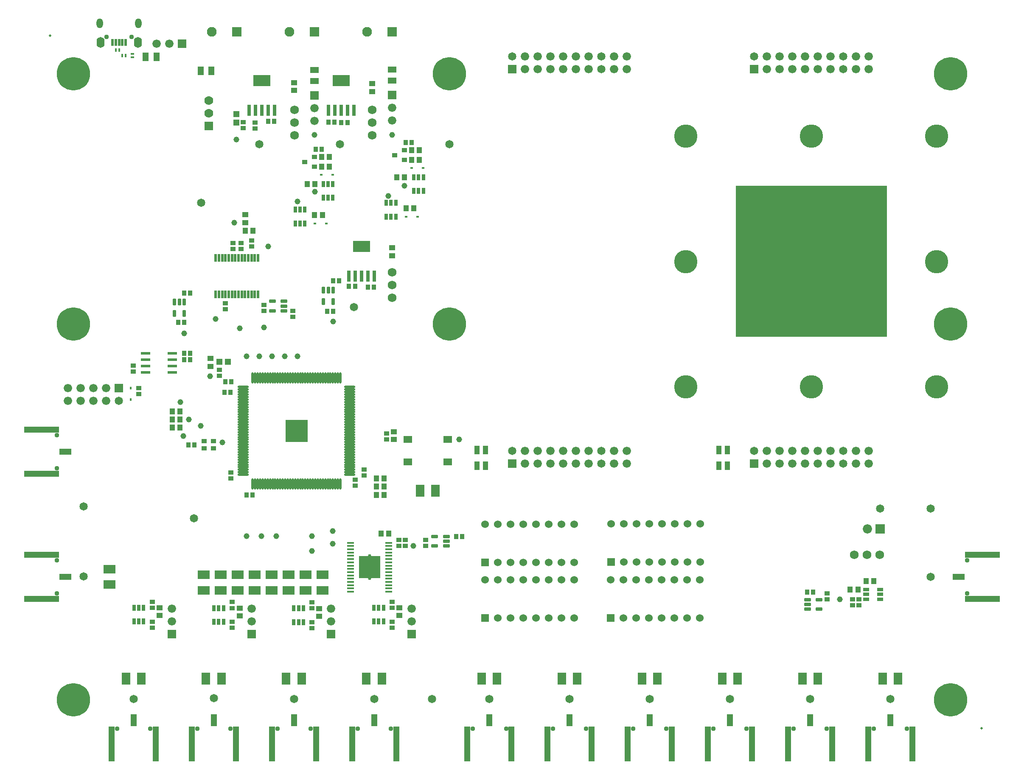
<source format=gts>
G04 Layer_Color=8388736*
%FSTAX44Y44*%
%MOMM*%
G71*
G01*
G75*
%ADD32R,0.6000X0.4500*%
%ADD34R,0.4500X0.6000*%
%ADD42R,1.9050X0.6096*%
%ADD55C,1.5240*%
%ADD56R,1.5240X1.5240*%
%ADD90O,0.4520X2.2520*%
%ADD91O,2.2520X0.4520*%
%ADD92R,4.4520X4.4520*%
%ADD93R,0.6020X1.4520*%
%ADD94R,1.2860X6.9460*%
%ADD95R,1.2000X2.4000*%
%ADD96R,6.9460X1.2860*%
%ADD97R,2.4000X1.2000*%
%ADD98R,2.3520X1.6520*%
%ADD99R,1.6520X2.3520*%
%ADD100R,1.6520X1.1520*%
%ADD101R,1.1520X1.6520*%
%ADD102R,1.0664X0.8632*%
%ADD103R,0.7520X1.2020*%
%ADD104C,1.1520*%
%ADD105R,0.7520X2.2520*%
%ADD106R,3.3520X2.2520*%
%ADD107R,1.0520X1.6520*%
%ADD108R,1.2020X0.7520*%
%ADD109R,1.7020X1.4520*%
%ADD110R,1.1520X1.2520*%
%ADD111R,1.2520X1.1520*%
%ADD112R,1.0520X0.9520*%
%ADD113R,0.8632X1.0664*%
%ADD114R,0.6720X0.4320*%
%ADD115R,0.4320X0.6720*%
%ADD116C,0.5000*%
%ADD117R,1.0520X0.9520*%
%ADD118R,1.1520X1.1020*%
%ADD119R,1.1020X1.1520*%
G04:AMPARAMS|DCode=120|XSize=1.352mm|YSize=0.752mm|CornerRadius=0.226mm|HoleSize=0mm|Usage=FLASHONLY|Rotation=0.000|XOffset=0mm|YOffset=0mm|HoleType=Round|Shape=RoundedRectangle|*
%AMROUNDEDRECTD120*
21,1,1.3520,0.3000,0,0,0.0*
21,1,0.9000,0.7520,0,0,0.0*
1,1,0.4520,0.4500,-0.1500*
1,1,0.4520,-0.4500,-0.1500*
1,1,0.4520,-0.4500,0.1500*
1,1,0.4520,0.4500,0.1500*
%
%ADD120ROUNDEDRECTD120*%
G04:AMPARAMS|DCode=121|XSize=1.352mm|YSize=0.752mm|CornerRadius=0.226mm|HoleSize=0mm|Usage=FLASHONLY|Rotation=270.000|XOffset=0mm|YOffset=0mm|HoleType=Round|Shape=RoundedRectangle|*
%AMROUNDEDRECTD121*
21,1,1.3520,0.3000,0,0,270.0*
21,1,0.9000,0.7520,0,0,270.0*
1,1,0.4520,-0.1500,-0.4500*
1,1,0.4520,-0.1500,0.4500*
1,1,0.4520,0.1500,0.4500*
1,1,0.4520,0.1500,-0.4500*
%
%ADD121ROUNDEDRECTD121*%
%ADD122R,0.5000X1.5490*%
%ADD123R,4.2620X4.5120*%
%ADD124R,1.4220X0.4568*%
%ADD125C,1.7520*%
%ADD126O,1.6020X2.1520*%
%ADD127O,1.3020X1.9520*%
%ADD128C,0.9520*%
%ADD129C,1.6520*%
%ADD130C,1.6760*%
%ADD131R,1.6520X1.6520*%
%ADD132R,1.6760X1.6760*%
%ADD133R,30.1520X30.1520*%
%ADD134C,4.6520*%
%ADD135C,6.6520*%
%ADD136R,1.6760X1.6760*%
%ADD137R,1.8320X1.8320*%
%ADD138C,1.8320*%
%ADD139R,1.9520X1.9520*%
%ADD140C,1.9520*%
%ADD141R,1.7776X1.7776*%
%ADD142C,1.7776*%
G36*
X00948273Y00620949D02*
X00947273D01*
Y00618249D01*
X00942273D01*
Y00620949D01*
X00941273D01*
Y00621949D01*
X00948273D01*
Y00620949D01*
D02*
G37*
G36*
X00947273Y00666549D02*
X00948273D01*
Y00665549D01*
X00941273D01*
Y00666549D01*
X00942273D01*
Y00669249D01*
X00947273D01*
Y00666549D01*
D02*
G37*
D32*
X0101807Y0134375D02*
D03*
X0104093D02*
D03*
X0105193Y014405D02*
D03*
X0102907D02*
D03*
X0083557Y0133025D02*
D03*
X0085843D02*
D03*
X0087143Y01427D02*
D03*
X0084857D02*
D03*
D34*
X004685Y0097857D02*
D03*
Y0100143D02*
D03*
D42*
X00497449Y0107105D02*
D03*
Y0105835D02*
D03*
Y0104565D02*
D03*
Y0103295D02*
D03*
X00551551D02*
D03*
Y0104565D02*
D03*
Y0105835D02*
D03*
Y0107105D02*
D03*
D55*
X014266Y007307D02*
D03*
X01452D02*
D03*
X014774D02*
D03*
X015028D02*
D03*
X015282D02*
D03*
X015536D02*
D03*
X01579D02*
D03*
X016044D02*
D03*
Y006545D02*
D03*
X01579D02*
D03*
X015536D02*
D03*
X015282D02*
D03*
X015028D02*
D03*
X014774D02*
D03*
X01452D02*
D03*
X01426101Y00618592D02*
D03*
X01451501D02*
D03*
X01476901D02*
D03*
X01502301D02*
D03*
X01527701D02*
D03*
X01553101D02*
D03*
X01578501D02*
D03*
X01603901D02*
D03*
Y00542392D02*
D03*
X01578501D02*
D03*
X01553101D02*
D03*
X01527701D02*
D03*
X01502301D02*
D03*
X01476901D02*
D03*
X01451501D02*
D03*
X011751Y007296D02*
D03*
X012005D02*
D03*
X012259D02*
D03*
X012513D02*
D03*
X012767D02*
D03*
X013021D02*
D03*
X013275D02*
D03*
X013529D02*
D03*
Y006534D02*
D03*
X013275D02*
D03*
X013021D02*
D03*
X012767D02*
D03*
X012513D02*
D03*
X012259D02*
D03*
X012005D02*
D03*
X01175101Y00618586D02*
D03*
X01200501D02*
D03*
X01225901D02*
D03*
X01251301D02*
D03*
X01276701D02*
D03*
X01302101D02*
D03*
X01327501D02*
D03*
X01352901D02*
D03*
Y00542385D02*
D03*
X01327501D02*
D03*
X01302101D02*
D03*
X01276701D02*
D03*
X01251301D02*
D03*
X01225901D02*
D03*
X01200501D02*
D03*
D56*
X014266Y006545D02*
D03*
X01426101Y00542392D02*
D03*
X011751Y006534D02*
D03*
X01175101Y00542385D02*
D03*
D90*
X007115Y01022D02*
D03*
X007165D02*
D03*
X007215D02*
D03*
X007265D02*
D03*
X007315D02*
D03*
X007365D02*
D03*
X007415D02*
D03*
X007465D02*
D03*
X007515D02*
D03*
X007565D02*
D03*
X007615D02*
D03*
X007665D02*
D03*
X007715D02*
D03*
X007765D02*
D03*
X007815D02*
D03*
X007865D02*
D03*
X007915D02*
D03*
X007965D02*
D03*
X008015D02*
D03*
X008065D02*
D03*
X008115D02*
D03*
X008165D02*
D03*
X008215D02*
D03*
X008265D02*
D03*
X008315D02*
D03*
X008365D02*
D03*
X008415D02*
D03*
X008465D02*
D03*
X008515D02*
D03*
X008565D02*
D03*
X008615D02*
D03*
X008665D02*
D03*
X008715D02*
D03*
X008765D02*
D03*
X008815D02*
D03*
X008865D02*
D03*
Y0081D02*
D03*
X008815D02*
D03*
X008765D02*
D03*
X008715D02*
D03*
X008665D02*
D03*
X008615D02*
D03*
X008565D02*
D03*
X008515D02*
D03*
X008465D02*
D03*
X008415D02*
D03*
X008365D02*
D03*
X008315D02*
D03*
X008265D02*
D03*
X008215D02*
D03*
X008165D02*
D03*
X008115D02*
D03*
X008065D02*
D03*
X008015D02*
D03*
X007965D02*
D03*
X007915D02*
D03*
X007865D02*
D03*
X007815D02*
D03*
X007765D02*
D03*
X007715D02*
D03*
X007665D02*
D03*
X007615D02*
D03*
X007565D02*
D03*
X007515D02*
D03*
X007465D02*
D03*
X007415D02*
D03*
X007365D02*
D03*
X007315D02*
D03*
X007265D02*
D03*
X007215D02*
D03*
X007165D02*
D03*
X007115D02*
D03*
D91*
X00905Y010035D02*
D03*
Y009985D02*
D03*
Y009935D02*
D03*
Y009885D02*
D03*
Y009835D02*
D03*
Y009785D02*
D03*
Y009735D02*
D03*
Y009685D02*
D03*
Y009635D02*
D03*
Y009585D02*
D03*
Y009535D02*
D03*
Y009485D02*
D03*
Y009435D02*
D03*
Y009385D02*
D03*
Y009335D02*
D03*
Y009285D02*
D03*
Y009235D02*
D03*
Y009185D02*
D03*
Y009135D02*
D03*
Y009085D02*
D03*
Y009035D02*
D03*
Y008985D02*
D03*
Y008935D02*
D03*
Y008885D02*
D03*
Y008835D02*
D03*
Y008785D02*
D03*
Y008735D02*
D03*
Y008685D02*
D03*
Y008635D02*
D03*
Y008585D02*
D03*
Y008535D02*
D03*
Y008485D02*
D03*
Y008435D02*
D03*
Y008385D02*
D03*
Y008335D02*
D03*
Y008285D02*
D03*
X00693D02*
D03*
Y008335D02*
D03*
Y008385D02*
D03*
Y008435D02*
D03*
Y008485D02*
D03*
Y008535D02*
D03*
Y008585D02*
D03*
Y008635D02*
D03*
Y008685D02*
D03*
Y008735D02*
D03*
Y008785D02*
D03*
Y008835D02*
D03*
Y008885D02*
D03*
Y008935D02*
D03*
Y008985D02*
D03*
Y009035D02*
D03*
Y009085D02*
D03*
Y009135D02*
D03*
Y009185D02*
D03*
Y009235D02*
D03*
Y009285D02*
D03*
Y009335D02*
D03*
Y009385D02*
D03*
Y009435D02*
D03*
Y009485D02*
D03*
Y009535D02*
D03*
Y009585D02*
D03*
Y009635D02*
D03*
Y009685D02*
D03*
Y009735D02*
D03*
Y009785D02*
D03*
Y009835D02*
D03*
Y009885D02*
D03*
Y009935D02*
D03*
Y009985D02*
D03*
Y010035D02*
D03*
D92*
X00799Y00916D02*
D03*
D93*
X00458Y016915D02*
D03*
X00432D02*
D03*
X004515D02*
D03*
X00445D02*
D03*
X004385D02*
D03*
D94*
X0067807Y0029083D02*
D03*
X0058993Y00290831D02*
D03*
X0051807Y0029083D02*
D03*
X0042993Y00290831D02*
D03*
X0099807Y0029083D02*
D03*
X0090993Y00290831D02*
D03*
X0083807Y0029083D02*
D03*
X0074993Y00290831D02*
D03*
X0202807Y0029083D02*
D03*
X0193993Y00290831D02*
D03*
X0186807Y0029083D02*
D03*
X0177993Y00290831D02*
D03*
X0170807Y0029083D02*
D03*
X0161993Y00290831D02*
D03*
X0154807Y0029083D02*
D03*
X0145993Y00290831D02*
D03*
X0138807Y0029083D02*
D03*
X0129993Y00290831D02*
D03*
X0122807Y0029083D02*
D03*
X0113993Y00290831D02*
D03*
D95*
X00634Y0033811D02*
D03*
X00474D02*
D03*
X00954D02*
D03*
X00794D02*
D03*
X01984D02*
D03*
X01824D02*
D03*
X01664D02*
D03*
X01504D02*
D03*
X01344D02*
D03*
X01184D02*
D03*
D96*
X0029083Y0058043D02*
D03*
X00290831Y0066857D02*
D03*
X0216717D02*
D03*
X02167169Y0058043D02*
D03*
X0029083Y0083003D02*
D03*
X00290831Y0091817D02*
D03*
D97*
X0033811Y006245D02*
D03*
X0211989D02*
D03*
X0033811Y008741D02*
D03*
D98*
X008505Y0062875D02*
D03*
Y0059775D02*
D03*
X00816714Y0062875D02*
D03*
Y0059775D02*
D03*
X00782929Y0062875D02*
D03*
Y0059775D02*
D03*
X00749143Y0062875D02*
D03*
Y0059775D02*
D03*
X00715358Y0062875D02*
D03*
Y0059775D02*
D03*
X00681572Y0062875D02*
D03*
Y0059775D02*
D03*
X00647786Y0062875D02*
D03*
Y0059775D02*
D03*
X00614001Y0062875D02*
D03*
Y0059775D02*
D03*
X00426Y00609D02*
D03*
Y0064D02*
D03*
D99*
X010455Y007965D02*
D03*
X010765D02*
D03*
X009385Y00421D02*
D03*
X009695D02*
D03*
X007785D02*
D03*
X008095D02*
D03*
X006185D02*
D03*
X006495D02*
D03*
X004585D02*
D03*
X004895D02*
D03*
X0196825D02*
D03*
X0199925D02*
D03*
X0180825D02*
D03*
X0183925D02*
D03*
X0164825D02*
D03*
X0167925D02*
D03*
X01488249D02*
D03*
X01519249D02*
D03*
X01328249D02*
D03*
X01359249D02*
D03*
X01168249D02*
D03*
X01199249D02*
D03*
D100*
X0083525Y01614D02*
D03*
Y01636D02*
D03*
X0099Y0161525D02*
D03*
Y0163725D02*
D03*
D101*
X006075Y0163425D02*
D03*
X006295D02*
D03*
X004975Y016625D02*
D03*
X005195D02*
D03*
D102*
X0065725Y01170469D02*
D03*
Y01158531D02*
D03*
X00645Y01025531D02*
D03*
Y01037469D02*
D03*
X00668Y00821031D02*
D03*
Y00832969D02*
D03*
X0093375Y00826531D02*
D03*
Y00838469D02*
D03*
X0091625Y00806281D02*
D03*
Y00818219D02*
D03*
X009785Y00910969D02*
D03*
Y00899031D02*
D03*
X00484Y00989531D02*
D03*
Y01001469D02*
D03*
X004735Y01034031D02*
D03*
Y01045969D02*
D03*
X007165Y01519781D02*
D03*
Y01531719D02*
D03*
X00693Y01520031D02*
D03*
Y01531969D02*
D03*
X0190835Y00579469D02*
D03*
Y00567531D02*
D03*
X0192135Y00579469D02*
D03*
Y00567531D02*
D03*
X0185735Y00591469D02*
D03*
Y00579531D02*
D03*
X010565Y00697969D02*
D03*
Y00686031D02*
D03*
X007915Y01143531D02*
D03*
Y01155469D02*
D03*
X0073425Y01166969D02*
D03*
Y01155031D02*
D03*
X0101592Y00686031D02*
D03*
Y00697969D02*
D03*
X0100292Y00686031D02*
D03*
Y00697969D02*
D03*
X0051125Y00574719D02*
D03*
Y00562781D02*
D03*
Y00523281D02*
D03*
Y00535219D02*
D03*
X0067075Y00574219D02*
D03*
Y00562281D02*
D03*
Y00522781D02*
D03*
Y00534719D02*
D03*
X006725Y01279031D02*
D03*
Y01290969D02*
D03*
X0068825Y01279031D02*
D03*
Y01290969D02*
D03*
X008295Y00573469D02*
D03*
Y00561531D02*
D03*
Y00522281D02*
D03*
Y00534219D02*
D03*
X0070925Y01284031D02*
D03*
Y01295969D02*
D03*
X0099Y00574719D02*
D03*
Y00562781D02*
D03*
Y00523281D02*
D03*
Y00535219D02*
D03*
D103*
X0049375Y0056275D02*
D03*
X0048425D02*
D03*
X0047475D02*
D03*
Y0053525D02*
D03*
X0048425D02*
D03*
X0049375D02*
D03*
X0081275Y0056175D02*
D03*
X0080325D02*
D03*
X0079375D02*
D03*
Y0053425D02*
D03*
X0080325D02*
D03*
X0081275D02*
D03*
X009725Y0056275D02*
D03*
X00963D02*
D03*
X009535D02*
D03*
Y0053525D02*
D03*
X00963D02*
D03*
X009725D02*
D03*
X010425Y0139475D02*
D03*
X01052D02*
D03*
X01033D02*
D03*
Y0142225D02*
D03*
X01052D02*
D03*
X010425D02*
D03*
X009875Y0137125D02*
D03*
X00978D02*
D03*
X00997D02*
D03*
Y0134375D02*
D03*
X00978D02*
D03*
X009875D02*
D03*
X00862Y0138125D02*
D03*
X008715D02*
D03*
X008525D02*
D03*
Y0140875D02*
D03*
X008715D02*
D03*
X00862D02*
D03*
X007965Y0133025D02*
D03*
X00806D02*
D03*
X008155D02*
D03*
Y0135775D02*
D03*
X00806D02*
D03*
X007965D02*
D03*
X0065325Y0056225D02*
D03*
X0064375D02*
D03*
X0063425D02*
D03*
Y0053475D02*
D03*
X0064375D02*
D03*
X0065325D02*
D03*
D104*
X0074275Y01284D02*
D03*
X0067475Y0133125D02*
D03*
X006855Y01121D02*
D03*
X0063775Y011395D02*
D03*
X007246Y01065D02*
D03*
X0075D02*
D03*
X006265Y01025D02*
D03*
X00729125Y00706D02*
D03*
X006992Y01065D02*
D03*
X007754D02*
D03*
X008008D02*
D03*
X0069975Y00706D02*
D03*
X00871Y00716D02*
D03*
X008295Y00706D02*
D03*
Y0067625D02*
D03*
X00871Y006905D02*
D03*
X007585Y00706D02*
D03*
X010145Y014055D02*
D03*
X0083575Y0139375D02*
D03*
X01032Y00686D02*
D03*
X00651Y0089325D02*
D03*
X0112325Y00899D02*
D03*
X0060775Y00926D02*
D03*
X00584Y00939D02*
D03*
X00573Y009055D02*
D03*
X0056704Y00973D02*
D03*
X00574749Y01110172D02*
D03*
X00872469Y011345D02*
D03*
X009825Y013845D02*
D03*
X0099Y015065D02*
D03*
X01883343Y00579531D02*
D03*
X00801Y01374D02*
D03*
X00835Y015065D02*
D03*
X00679Y01497413D02*
D03*
X0073425Y01122D02*
D03*
D105*
X009031Y01224719D02*
D03*
X009158D02*
D03*
X009285D02*
D03*
X009412D02*
D03*
X009539D02*
D03*
X0086235Y015555D02*
D03*
X0087505D02*
D03*
X0088775D02*
D03*
X0090045D02*
D03*
X0091315D02*
D03*
X007042D02*
D03*
X007169D02*
D03*
X007296D02*
D03*
X007423D02*
D03*
X00755D02*
D03*
D106*
X009285Y01284219D02*
D03*
X0088775Y01615D02*
D03*
X007296D02*
D03*
D107*
X0117604Y008465D02*
D03*
X0115904D02*
D03*
X0117604Y008775D02*
D03*
X0115904D02*
D03*
X0165864Y008465D02*
D03*
X0164164D02*
D03*
X0165864Y008775D02*
D03*
X0164164D02*
D03*
D108*
X019356Y005895D02*
D03*
Y0058D02*
D03*
Y00599D02*
D03*
X019631D02*
D03*
Y0058D02*
D03*
Y005895D02*
D03*
D109*
X0102125Y00899D02*
D03*
Y00854D02*
D03*
X0110075Y00899D02*
D03*
Y00854D02*
D03*
D110*
X00679Y015315D02*
D03*
Y015485D02*
D03*
D111*
X00645Y01054D02*
D03*
X00662D02*
D03*
D112*
X0061475Y0088125D02*
D03*
Y0089575D02*
D03*
X0063325D02*
D03*
Y0088125D02*
D03*
D113*
X00657031Y01014D02*
D03*
X00668969D02*
D03*
X00655031Y00993D02*
D03*
X00666969D02*
D03*
X00699531Y00788D02*
D03*
X00711469D02*
D03*
X00595469Y00888D02*
D03*
X00583531D02*
D03*
X00586469Y01071D02*
D03*
X00574531D02*
D03*
X00586469Y01058D02*
D03*
X00574531D02*
D03*
X00754219Y01534D02*
D03*
X00742281D02*
D03*
X00837031Y01478D02*
D03*
X00848969D02*
D03*
X01829969Y00594D02*
D03*
X01818031D02*
D03*
X00863031Y0153225D02*
D03*
X00874969D02*
D03*
X00888531Y015315D02*
D03*
X00900469D02*
D03*
X010165Y014915D02*
D03*
X01028438D02*
D03*
X01129219Y00705D02*
D03*
X01117281D02*
D03*
X00883969Y0121525D02*
D03*
X00872031D02*
D03*
X00860531Y011545D02*
D03*
X00872469D02*
D03*
X00903781Y0120475D02*
D03*
X00915719D02*
D03*
X00953219Y0120275D02*
D03*
X00941281D02*
D03*
X00586719Y01191D02*
D03*
X00574781D02*
D03*
X00563031Y011325D02*
D03*
X00574969D02*
D03*
D114*
X00472Y0166825D02*
D03*
Y0166175D02*
D03*
D115*
X004515Y016655D02*
D03*
X00458D02*
D03*
X00445Y016765D02*
D03*
X004385D02*
D03*
D116*
X003075Y01705D02*
D03*
X02166Y00322D02*
D03*
D117*
X00815Y01453D02*
D03*
X00835Y014625D02*
D03*
Y014435D02*
D03*
X009945Y014665D02*
D03*
X010145Y01476D02*
D03*
Y01457D02*
D03*
D118*
X00993Y0089875D02*
D03*
Y0091425D02*
D03*
X00627Y0104475D02*
D03*
Y0106025D02*
D03*
X007945Y01611D02*
D03*
Y015955D02*
D03*
X0094975Y01609D02*
D03*
Y015935D02*
D03*
X0099Y0128125D02*
D03*
Y0126575D02*
D03*
X0052575Y0054725D02*
D03*
Y0056275D02*
D03*
X006855Y0054675D02*
D03*
Y0056225D02*
D03*
X0084425Y0054575D02*
D03*
Y0056125D02*
D03*
X006965Y0133175D02*
D03*
Y0134725D02*
D03*
X010045Y0054725D02*
D03*
Y0056275D02*
D03*
D119*
X0056679Y00955D02*
D03*
X0055129D02*
D03*
X0056679Y00923D02*
D03*
X0055129D02*
D03*
X0056679Y00939D02*
D03*
X0055129D02*
D03*
X0095804Y008045D02*
D03*
X0097354D02*
D03*
Y0082075D02*
D03*
X0095804D02*
D03*
Y0078825D02*
D03*
X0097354D02*
D03*
X0086475Y01463D02*
D03*
X0084925D02*
D03*
X0086475Y01443D02*
D03*
X0084925D02*
D03*
X0085075Y01347D02*
D03*
X0083525D02*
D03*
X0082025Y01409D02*
D03*
X0083575D02*
D03*
X019036Y005995D02*
D03*
X019191D02*
D03*
X0104425Y014765D02*
D03*
X0102875D02*
D03*
X0104425Y014565D02*
D03*
X0102875D02*
D03*
X0103325Y013605D02*
D03*
X0101775D02*
D03*
X019356Y006165D02*
D03*
X019511D02*
D03*
X0099875Y014225D02*
D03*
X0101425D02*
D03*
X00983Y0071125D02*
D03*
X009675D02*
D03*
X00712Y0131525D02*
D03*
X006965D02*
D03*
D120*
X0184185Y00579D02*
D03*
Y0056D02*
D03*
X0181885D02*
D03*
Y005695D02*
D03*
Y00579D02*
D03*
X0107475Y00686D02*
D03*
Y00705D02*
D03*
X0109775D02*
D03*
Y006955D02*
D03*
Y00686D02*
D03*
X0075075Y011555D02*
D03*
Y011745D02*
D03*
X0077375D02*
D03*
Y01165D02*
D03*
Y011555D02*
D03*
D121*
X00872Y01174162D02*
D03*
X00853D02*
D03*
Y01197162D02*
D03*
X008625D02*
D03*
X00872D02*
D03*
X00574749Y01150162D02*
D03*
X00555749D02*
D03*
Y01173162D02*
D03*
X00565249D02*
D03*
X00574749D02*
D03*
D122*
X0072225Y0118831D02*
D03*
X0071575D02*
D03*
X0070925D02*
D03*
X0070275D02*
D03*
X0069625D02*
D03*
X0068975D02*
D03*
X0068325D02*
D03*
X0067675D02*
D03*
X0067025D02*
D03*
X0066375D02*
D03*
X0065725D02*
D03*
X0065075D02*
D03*
X0064425D02*
D03*
X0063775D02*
D03*
X0072225Y0126143D02*
D03*
X0071575D02*
D03*
X0070925D02*
D03*
X0070275D02*
D03*
X0069625D02*
D03*
X0068325D02*
D03*
X0068975D02*
D03*
X0067675D02*
D03*
X0067025D02*
D03*
X0066375D02*
D03*
X0065725D02*
D03*
X0065075D02*
D03*
X0064425D02*
D03*
X0063775D02*
D03*
D123*
X00944773Y00643749D02*
D03*
D124*
X00983Y006925D02*
D03*
Y00686D02*
D03*
Y006795D02*
D03*
Y00673D02*
D03*
Y006665D02*
D03*
Y0066D02*
D03*
Y006535D02*
D03*
Y00646999D02*
D03*
Y00640499D02*
D03*
Y00633999D02*
D03*
Y00627499D02*
D03*
Y00620999D02*
D03*
Y00614499D02*
D03*
Y00607999D02*
D03*
Y00601499D02*
D03*
Y00594999D02*
D03*
X00906546D02*
D03*
Y00601499D02*
D03*
Y00607999D02*
D03*
Y00614499D02*
D03*
Y00620999D02*
D03*
Y00627499D02*
D03*
Y00633999D02*
D03*
Y00640499D02*
D03*
Y00646999D02*
D03*
Y006535D02*
D03*
Y0066D02*
D03*
Y006665D02*
D03*
Y00673D02*
D03*
Y006795D02*
D03*
Y00686D02*
D03*
Y006925D02*
D03*
D125*
X0099Y012328D02*
D03*
Y012074D02*
D03*
Y01182D02*
D03*
X0191195Y006684D02*
D03*
X0193735D02*
D03*
X0196275D02*
D03*
X0095Y015564D02*
D03*
Y01531D02*
D03*
Y015056D02*
D03*
X00795Y015564D02*
D03*
Y01531D02*
D03*
Y015056D02*
D03*
D126*
X0048225Y016915D02*
D03*
X0040775D02*
D03*
D127*
X0048375Y017295D02*
D03*
X0040625D02*
D03*
D128*
X0047Y01702D02*
D03*
X0042D02*
D03*
X006671Y0032106D02*
D03*
X006009D02*
D03*
X005071D02*
D03*
X004409D02*
D03*
X009871D02*
D03*
X009209D02*
D03*
X008271D02*
D03*
X007609D02*
D03*
X020171D02*
D03*
X019509D02*
D03*
X018571D02*
D03*
X017909D02*
D03*
X016971D02*
D03*
X016309D02*
D03*
X015371D02*
D03*
X014709D02*
D03*
X013771D02*
D03*
X013109D02*
D03*
X012171D02*
D03*
X011509D02*
D03*
X0032106Y005914D02*
D03*
Y006576D02*
D03*
X0213694D02*
D03*
Y005914D02*
D03*
X0032106Y00841D02*
D03*
Y009072D02*
D03*
D129*
X02063997Y00760503D02*
D03*
X01104Y0148825D02*
D03*
X018895Y008508D02*
D03*
Y008762D02*
D03*
X017117D02*
D03*
X018895Y016382D02*
D03*
Y016636D02*
D03*
X017117D02*
D03*
X014069Y016382D02*
D03*
Y016636D02*
D03*
X012291D02*
D03*
X014069Y008508D02*
D03*
Y008762D02*
D03*
X012291D02*
D03*
X00725Y0148825D02*
D03*
X0088575D02*
D03*
X019631Y007605D02*
D03*
X00634Y00382003D02*
D03*
X00474Y00381D02*
D03*
X01984D02*
D03*
X00954D02*
D03*
X00794D02*
D03*
X01824D02*
D03*
X01664D02*
D03*
X01504D02*
D03*
X01344D02*
D03*
X01184D02*
D03*
X00374Y00625D02*
D03*
Y00765D02*
D03*
X02064Y006245D02*
D03*
X0091375Y01163D02*
D03*
X01068997Y00381003D02*
D03*
X0059425Y0074125D02*
D03*
X00609Y01371D02*
D03*
X004448Y009758D02*
D03*
D130*
X019149Y008508D02*
D03*
Y008762D02*
D03*
X019403Y008508D02*
D03*
Y008762D02*
D03*
X018387Y008508D02*
D03*
Y008762D02*
D03*
X018641Y008508D02*
D03*
Y008762D02*
D03*
X018133D02*
D03*
Y008508D02*
D03*
X017879Y008762D02*
D03*
Y008508D02*
D03*
X017625Y008762D02*
D03*
Y008508D02*
D03*
X017371Y008762D02*
D03*
Y008508D02*
D03*
X019149Y016382D02*
D03*
Y016636D02*
D03*
X019403Y016382D02*
D03*
Y016636D02*
D03*
X018387Y016382D02*
D03*
Y016636D02*
D03*
X018641Y016382D02*
D03*
Y016636D02*
D03*
X018133D02*
D03*
Y016382D02*
D03*
X017879Y016636D02*
D03*
Y016382D02*
D03*
X017625Y016636D02*
D03*
Y016382D02*
D03*
X017371Y016636D02*
D03*
Y016382D02*
D03*
X014323D02*
D03*
Y016636D02*
D03*
X014577Y016382D02*
D03*
Y016636D02*
D03*
X013561Y016382D02*
D03*
Y016636D02*
D03*
X013815Y016382D02*
D03*
Y016636D02*
D03*
X013307D02*
D03*
Y016382D02*
D03*
X013053Y016636D02*
D03*
Y016382D02*
D03*
X012799Y016636D02*
D03*
Y016382D02*
D03*
X012545Y016636D02*
D03*
Y016382D02*
D03*
X014323Y008508D02*
D03*
Y008762D02*
D03*
X014577Y008508D02*
D03*
Y008762D02*
D03*
X013561Y008508D02*
D03*
Y008762D02*
D03*
X013815Y008508D02*
D03*
Y008762D02*
D03*
X013307D02*
D03*
Y008508D02*
D03*
X013053Y008762D02*
D03*
Y008508D02*
D03*
X012799Y008762D02*
D03*
Y008508D02*
D03*
X012545Y008762D02*
D03*
Y008508D02*
D03*
X0055Y0053575D02*
D03*
Y0056115D02*
D03*
X0070925Y0053585D02*
D03*
Y0056125D02*
D03*
X0086825Y0053575D02*
D03*
Y0056115D02*
D03*
X0102875Y0053575D02*
D03*
Y0056115D02*
D03*
X0099Y015614D02*
D03*
Y01536D02*
D03*
X005195Y01689D02*
D03*
X005449D02*
D03*
X00835Y0156D02*
D03*
Y015346D02*
D03*
X003432Y009758D02*
D03*
Y010012D02*
D03*
X003686Y009758D02*
D03*
Y010012D02*
D03*
X00394Y009758D02*
D03*
Y010012D02*
D03*
X004194Y009758D02*
D03*
Y010012D02*
D03*
D131*
X017117Y008508D02*
D03*
Y016382D02*
D03*
X012291D02*
D03*
Y008508D02*
D03*
X004448Y010012D02*
D03*
D132*
X0055Y0051035D02*
D03*
X0070925Y0051045D02*
D03*
X0086825Y0051035D02*
D03*
X0102875Y0051035D02*
D03*
X0099Y015868D02*
D03*
X00835Y015854D02*
D03*
D133*
X01826Y0125414D02*
D03*
D134*
X02076Y01004D02*
D03*
X01826D02*
D03*
X01576D02*
D03*
Y01254D02*
D03*
X02076D02*
D03*
Y01504D02*
D03*
X01576D02*
D03*
X01826D02*
D03*
D135*
X02104Y01129D02*
D03*
X00354D02*
D03*
X02104Y01629D02*
D03*
X00354Y00379D02*
D03*
X02104D02*
D03*
X00354Y01629D02*
D03*
X01104Y01129D02*
D03*
Y01629D02*
D03*
D136*
X005703Y01689D02*
D03*
D137*
X0196365Y0072D02*
D03*
D138*
X0193825D02*
D03*
D139*
X00835Y017125D02*
D03*
X0068D02*
D03*
X0099D02*
D03*
D140*
X00785D02*
D03*
X0063D02*
D03*
X0094D02*
D03*
D141*
X00624Y015242D02*
D03*
D142*
Y015496D02*
D03*
Y01575D02*
D03*
M02*

</source>
